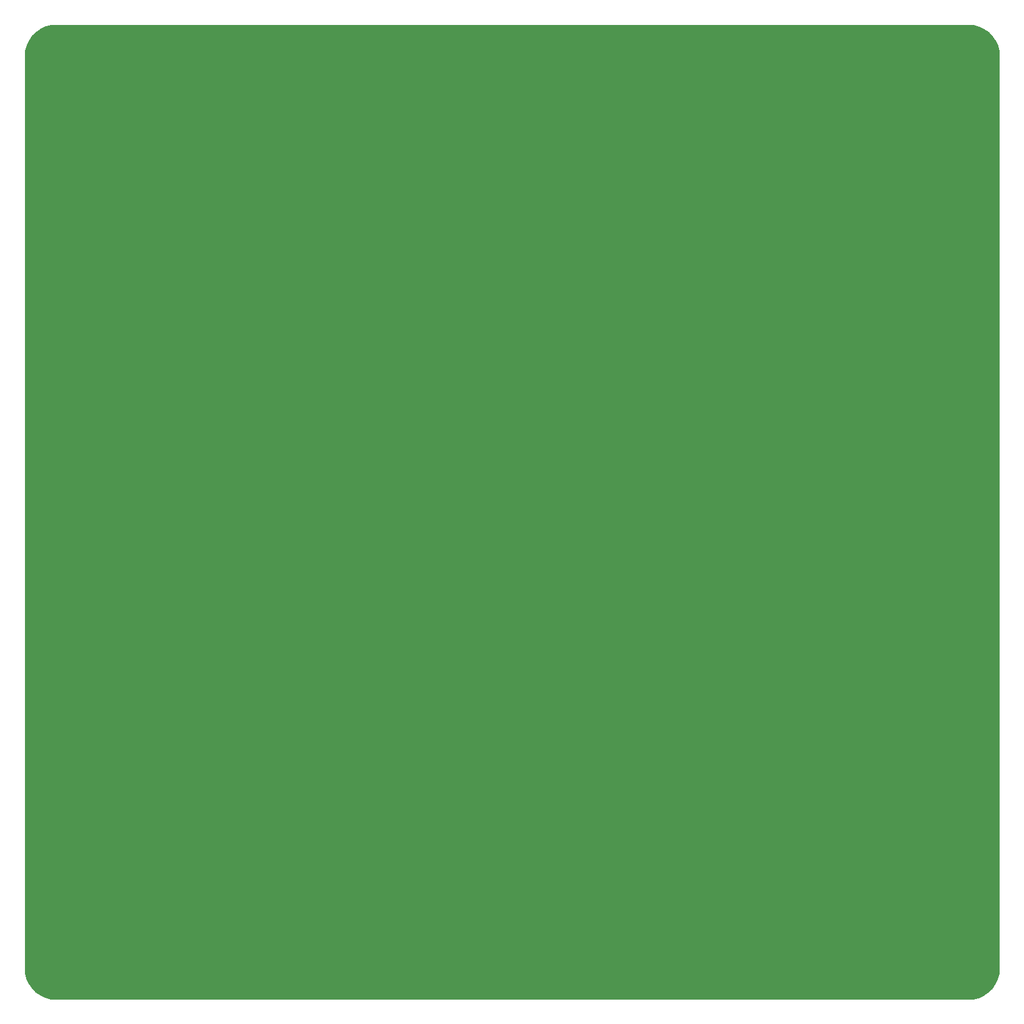
<source format=gbl>
G04 #@! TF.GenerationSoftware,KiCad,Pcbnew,(5.1.2)-1*
G04 #@! TF.CreationDate,2019-08-29T22:56:51+09:00*
G04 #@! TF.ProjectId,fan-vent-blocker,66616e2d-7665-46e7-942d-626c6f636b65,rev?*
G04 #@! TF.SameCoordinates,Original*
G04 #@! TF.FileFunction,Copper,L2,Bot*
G04 #@! TF.FilePolarity,Positive*
%FSLAX46Y46*%
G04 Gerber Fmt 4.6, Leading zero omitted, Abs format (unit mm)*
G04 Created by KiCad (PCBNEW (5.1.2)-1) date 2019-08-29 22:56:51*
%MOMM*%
%LPD*%
G04 APERTURE LIST*
%ADD10C,0.900000*%
%ADD11C,11.000000*%
%ADD12C,0.254000*%
G04 APERTURE END LIST*
D10*
X40676815Y-159323185D03*
X37750000Y-158125000D03*
X34823185Y-159323185D03*
X33625000Y-162250000D03*
X34823185Y-165176815D03*
X37750000Y-166375000D03*
X40676815Y-165176815D03*
X41875000Y-162250000D03*
D11*
X37750000Y-162250000D03*
D10*
X165176815Y-34823185D03*
X162250000Y-33625000D03*
X159323185Y-34823185D03*
X158125000Y-37750000D03*
X159323185Y-40676815D03*
X162250000Y-41875000D03*
X165176815Y-40676815D03*
X166375000Y-37750000D03*
D11*
X162250000Y-37750000D03*
D10*
X165176815Y-159323185D03*
X162250000Y-158125000D03*
X159323185Y-159323185D03*
X158125000Y-162250000D03*
X159323185Y-165176815D03*
X162250000Y-166375000D03*
X165176815Y-165176815D03*
X166375000Y-162250000D03*
D11*
X162250000Y-162250000D03*
D10*
X40676815Y-34823185D03*
X37750000Y-33625000D03*
X34823185Y-34823185D03*
X33625000Y-37750000D03*
X34823185Y-40676815D03*
X37750000Y-41875000D03*
X40676815Y-40676815D03*
X41875000Y-37750000D03*
D11*
X37750000Y-37750000D03*
D12*
G36*
X165768083Y-30731173D02*
G01*
X166511891Y-30934656D01*
X167207905Y-31266638D01*
X167834130Y-31716626D01*
X168370777Y-32270403D01*
X168800871Y-32910451D01*
X169110829Y-33616553D01*
X169292065Y-34371457D01*
X169340001Y-35024220D01*
X169340000Y-164970608D01*
X169268827Y-165768083D01*
X169065344Y-166511890D01*
X168733363Y-167207904D01*
X168283374Y-167834130D01*
X167729597Y-168370777D01*
X167089549Y-168800871D01*
X166383447Y-169110829D01*
X165628543Y-169292065D01*
X164975793Y-169340000D01*
X35029392Y-169340000D01*
X34231917Y-169268827D01*
X33488110Y-169065344D01*
X32792096Y-168733363D01*
X32165870Y-168283374D01*
X31629223Y-167729597D01*
X31199129Y-167089549D01*
X30889171Y-166383447D01*
X30707935Y-165628543D01*
X30660000Y-164975793D01*
X30660000Y-35029392D01*
X30731173Y-34231917D01*
X30934656Y-33488109D01*
X31266638Y-32792095D01*
X31716626Y-32165870D01*
X32270403Y-31629223D01*
X32910451Y-31199129D01*
X33616553Y-30889171D01*
X34371457Y-30707935D01*
X35024207Y-30660000D01*
X164970608Y-30660000D01*
X165768083Y-30731173D01*
X165768083Y-30731173D01*
G37*
X165768083Y-30731173D02*
X166511891Y-30934656D01*
X167207905Y-31266638D01*
X167834130Y-31716626D01*
X168370777Y-32270403D01*
X168800871Y-32910451D01*
X169110829Y-33616553D01*
X169292065Y-34371457D01*
X169340001Y-35024220D01*
X169340000Y-164970608D01*
X169268827Y-165768083D01*
X169065344Y-166511890D01*
X168733363Y-167207904D01*
X168283374Y-167834130D01*
X167729597Y-168370777D01*
X167089549Y-168800871D01*
X166383447Y-169110829D01*
X165628543Y-169292065D01*
X164975793Y-169340000D01*
X35029392Y-169340000D01*
X34231917Y-169268827D01*
X33488110Y-169065344D01*
X32792096Y-168733363D01*
X32165870Y-168283374D01*
X31629223Y-167729597D01*
X31199129Y-167089549D01*
X30889171Y-166383447D01*
X30707935Y-165628543D01*
X30660000Y-164975793D01*
X30660000Y-35029392D01*
X30731173Y-34231917D01*
X30934656Y-33488109D01*
X31266638Y-32792095D01*
X31716626Y-32165870D01*
X32270403Y-31629223D01*
X32910451Y-31199129D01*
X33616553Y-30889171D01*
X34371457Y-30707935D01*
X35024207Y-30660000D01*
X164970608Y-30660000D01*
X165768083Y-30731173D01*
M02*

</source>
